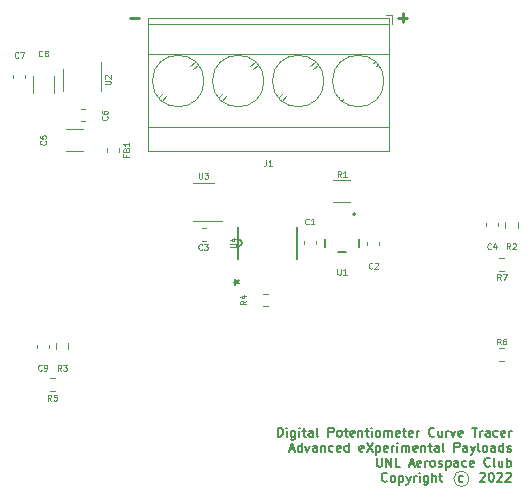
<source format=gbr>
%TF.GenerationSoftware,KiCad,Pcbnew,(5.1.10)-1*%
%TF.CreationDate,2022-09-18T09:06:00-05:00*%
%TF.ProjectId,digi_pot_tracer,64696769-5f70-46f7-945f-747261636572,A*%
%TF.SameCoordinates,Original*%
%TF.FileFunction,Legend,Top*%
%TF.FilePolarity,Positive*%
%FSLAX46Y46*%
G04 Gerber Fmt 4.6, Leading zero omitted, Abs format (unit mm)*
G04 Created by KiCad (PCBNEW (5.1.10)-1) date 2022-09-18 09:06:00*
%MOMM*%
%LPD*%
G01*
G04 APERTURE LIST*
%ADD10C,0.100000*%
%ADD11C,0.127000*%
%ADD12C,0.250000*%
%ADD13C,0.152400*%
%ADD14C,0.200000*%
%ADD15C,0.120000*%
%ADD16C,0.150000*%
G04 APERTURE END LIST*
D10*
X197906957Y-97078800D02*
G75*
G03*
X197906957Y-97078800I-650557J0D01*
G01*
D11*
X181708878Y-93499214D02*
X181708878Y-92737214D01*
X181890307Y-92737214D01*
X181999164Y-92773500D01*
X182071735Y-92846071D01*
X182108021Y-92918642D01*
X182144307Y-93063785D01*
X182144307Y-93172642D01*
X182108021Y-93317785D01*
X182071735Y-93390357D01*
X181999164Y-93462928D01*
X181890307Y-93499214D01*
X181708878Y-93499214D01*
X182470878Y-93499214D02*
X182470878Y-92991214D01*
X182470878Y-92737214D02*
X182434592Y-92773500D01*
X182470878Y-92809785D01*
X182507164Y-92773500D01*
X182470878Y-92737214D01*
X182470878Y-92809785D01*
X183160307Y-92991214D02*
X183160307Y-93608071D01*
X183124021Y-93680642D01*
X183087735Y-93716928D01*
X183015164Y-93753214D01*
X182906307Y-93753214D01*
X182833735Y-93716928D01*
X183160307Y-93462928D02*
X183087735Y-93499214D01*
X182942592Y-93499214D01*
X182870021Y-93462928D01*
X182833735Y-93426642D01*
X182797450Y-93354071D01*
X182797450Y-93136357D01*
X182833735Y-93063785D01*
X182870021Y-93027500D01*
X182942592Y-92991214D01*
X183087735Y-92991214D01*
X183160307Y-93027500D01*
X183523164Y-93499214D02*
X183523164Y-92991214D01*
X183523164Y-92737214D02*
X183486878Y-92773500D01*
X183523164Y-92809785D01*
X183559450Y-92773500D01*
X183523164Y-92737214D01*
X183523164Y-92809785D01*
X183777164Y-92991214D02*
X184067450Y-92991214D01*
X183886021Y-92737214D02*
X183886021Y-93390357D01*
X183922307Y-93462928D01*
X183994878Y-93499214D01*
X184067450Y-93499214D01*
X184648021Y-93499214D02*
X184648021Y-93100071D01*
X184611735Y-93027500D01*
X184539164Y-92991214D01*
X184394021Y-92991214D01*
X184321450Y-93027500D01*
X184648021Y-93462928D02*
X184575450Y-93499214D01*
X184394021Y-93499214D01*
X184321450Y-93462928D01*
X184285164Y-93390357D01*
X184285164Y-93317785D01*
X184321450Y-93245214D01*
X184394021Y-93208928D01*
X184575450Y-93208928D01*
X184648021Y-93172642D01*
X185119735Y-93499214D02*
X185047164Y-93462928D01*
X185010878Y-93390357D01*
X185010878Y-92737214D01*
X185990592Y-93499214D02*
X185990592Y-92737214D01*
X186280878Y-92737214D01*
X186353450Y-92773500D01*
X186389735Y-92809785D01*
X186426021Y-92882357D01*
X186426021Y-92991214D01*
X186389735Y-93063785D01*
X186353450Y-93100071D01*
X186280878Y-93136357D01*
X185990592Y-93136357D01*
X186861450Y-93499214D02*
X186788878Y-93462928D01*
X186752592Y-93426642D01*
X186716307Y-93354071D01*
X186716307Y-93136357D01*
X186752592Y-93063785D01*
X186788878Y-93027500D01*
X186861450Y-92991214D01*
X186970307Y-92991214D01*
X187042878Y-93027500D01*
X187079164Y-93063785D01*
X187115450Y-93136357D01*
X187115450Y-93354071D01*
X187079164Y-93426642D01*
X187042878Y-93462928D01*
X186970307Y-93499214D01*
X186861450Y-93499214D01*
X187333164Y-92991214D02*
X187623450Y-92991214D01*
X187442021Y-92737214D02*
X187442021Y-93390357D01*
X187478307Y-93462928D01*
X187550878Y-93499214D01*
X187623450Y-93499214D01*
X188167735Y-93462928D02*
X188095164Y-93499214D01*
X187950021Y-93499214D01*
X187877450Y-93462928D01*
X187841164Y-93390357D01*
X187841164Y-93100071D01*
X187877450Y-93027500D01*
X187950021Y-92991214D01*
X188095164Y-92991214D01*
X188167735Y-93027500D01*
X188204021Y-93100071D01*
X188204021Y-93172642D01*
X187841164Y-93245214D01*
X188530592Y-92991214D02*
X188530592Y-93499214D01*
X188530592Y-93063785D02*
X188566878Y-93027500D01*
X188639450Y-92991214D01*
X188748307Y-92991214D01*
X188820878Y-93027500D01*
X188857164Y-93100071D01*
X188857164Y-93499214D01*
X189111164Y-92991214D02*
X189401450Y-92991214D01*
X189220021Y-92737214D02*
X189220021Y-93390357D01*
X189256307Y-93462928D01*
X189328878Y-93499214D01*
X189401450Y-93499214D01*
X189655450Y-93499214D02*
X189655450Y-92991214D01*
X189655450Y-92737214D02*
X189619164Y-92773500D01*
X189655450Y-92809785D01*
X189691735Y-92773500D01*
X189655450Y-92737214D01*
X189655450Y-92809785D01*
X190127164Y-93499214D02*
X190054592Y-93462928D01*
X190018307Y-93426642D01*
X189982021Y-93354071D01*
X189982021Y-93136357D01*
X190018307Y-93063785D01*
X190054592Y-93027500D01*
X190127164Y-92991214D01*
X190236021Y-92991214D01*
X190308592Y-93027500D01*
X190344878Y-93063785D01*
X190381164Y-93136357D01*
X190381164Y-93354071D01*
X190344878Y-93426642D01*
X190308592Y-93462928D01*
X190236021Y-93499214D01*
X190127164Y-93499214D01*
X190707735Y-93499214D02*
X190707735Y-92991214D01*
X190707735Y-93063785D02*
X190744021Y-93027500D01*
X190816592Y-92991214D01*
X190925450Y-92991214D01*
X190998021Y-93027500D01*
X191034307Y-93100071D01*
X191034307Y-93499214D01*
X191034307Y-93100071D02*
X191070592Y-93027500D01*
X191143164Y-92991214D01*
X191252021Y-92991214D01*
X191324592Y-93027500D01*
X191360878Y-93100071D01*
X191360878Y-93499214D01*
X192014021Y-93462928D02*
X191941450Y-93499214D01*
X191796307Y-93499214D01*
X191723735Y-93462928D01*
X191687450Y-93390357D01*
X191687450Y-93100071D01*
X191723735Y-93027500D01*
X191796307Y-92991214D01*
X191941450Y-92991214D01*
X192014021Y-93027500D01*
X192050307Y-93100071D01*
X192050307Y-93172642D01*
X191687450Y-93245214D01*
X192268021Y-92991214D02*
X192558307Y-92991214D01*
X192376878Y-92737214D02*
X192376878Y-93390357D01*
X192413164Y-93462928D01*
X192485735Y-93499214D01*
X192558307Y-93499214D01*
X193102592Y-93462928D02*
X193030021Y-93499214D01*
X192884878Y-93499214D01*
X192812307Y-93462928D01*
X192776021Y-93390357D01*
X192776021Y-93100071D01*
X192812307Y-93027500D01*
X192884878Y-92991214D01*
X193030021Y-92991214D01*
X193102592Y-93027500D01*
X193138878Y-93100071D01*
X193138878Y-93172642D01*
X192776021Y-93245214D01*
X193465450Y-93499214D02*
X193465450Y-92991214D01*
X193465450Y-93136357D02*
X193501735Y-93063785D01*
X193538021Y-93027500D01*
X193610592Y-92991214D01*
X193683164Y-92991214D01*
X194953164Y-93426642D02*
X194916878Y-93462928D01*
X194808021Y-93499214D01*
X194735450Y-93499214D01*
X194626592Y-93462928D01*
X194554021Y-93390357D01*
X194517735Y-93317785D01*
X194481450Y-93172642D01*
X194481450Y-93063785D01*
X194517735Y-92918642D01*
X194554021Y-92846071D01*
X194626592Y-92773500D01*
X194735450Y-92737214D01*
X194808021Y-92737214D01*
X194916878Y-92773500D01*
X194953164Y-92809785D01*
X195606307Y-92991214D02*
X195606307Y-93499214D01*
X195279735Y-92991214D02*
X195279735Y-93390357D01*
X195316021Y-93462928D01*
X195388592Y-93499214D01*
X195497450Y-93499214D01*
X195570021Y-93462928D01*
X195606307Y-93426642D01*
X195969164Y-93499214D02*
X195969164Y-92991214D01*
X195969164Y-93136357D02*
X196005450Y-93063785D01*
X196041735Y-93027500D01*
X196114307Y-92991214D01*
X196186878Y-92991214D01*
X196368307Y-92991214D02*
X196549735Y-93499214D01*
X196731164Y-92991214D01*
X197311735Y-93462928D02*
X197239164Y-93499214D01*
X197094021Y-93499214D01*
X197021450Y-93462928D01*
X196985164Y-93390357D01*
X196985164Y-93100071D01*
X197021450Y-93027500D01*
X197094021Y-92991214D01*
X197239164Y-92991214D01*
X197311735Y-93027500D01*
X197348021Y-93100071D01*
X197348021Y-93172642D01*
X196985164Y-93245214D01*
X198146307Y-92737214D02*
X198581735Y-92737214D01*
X198364021Y-93499214D02*
X198364021Y-92737214D01*
X198835735Y-93499214D02*
X198835735Y-92991214D01*
X198835735Y-93136357D02*
X198872021Y-93063785D01*
X198908307Y-93027500D01*
X198980878Y-92991214D01*
X199053450Y-92991214D01*
X199634021Y-93499214D02*
X199634021Y-93100071D01*
X199597735Y-93027500D01*
X199525164Y-92991214D01*
X199380021Y-92991214D01*
X199307450Y-93027500D01*
X199634021Y-93462928D02*
X199561450Y-93499214D01*
X199380021Y-93499214D01*
X199307450Y-93462928D01*
X199271164Y-93390357D01*
X199271164Y-93317785D01*
X199307450Y-93245214D01*
X199380021Y-93208928D01*
X199561450Y-93208928D01*
X199634021Y-93172642D01*
X200323450Y-93462928D02*
X200250878Y-93499214D01*
X200105735Y-93499214D01*
X200033164Y-93462928D01*
X199996878Y-93426642D01*
X199960592Y-93354071D01*
X199960592Y-93136357D01*
X199996878Y-93063785D01*
X200033164Y-93027500D01*
X200105735Y-92991214D01*
X200250878Y-92991214D01*
X200323450Y-93027500D01*
X200940307Y-93462928D02*
X200867735Y-93499214D01*
X200722592Y-93499214D01*
X200650021Y-93462928D01*
X200613735Y-93390357D01*
X200613735Y-93100071D01*
X200650021Y-93027500D01*
X200722592Y-92991214D01*
X200867735Y-92991214D01*
X200940307Y-93027500D01*
X200976592Y-93100071D01*
X200976592Y-93172642D01*
X200613735Y-93245214D01*
X201303164Y-93499214D02*
X201303164Y-92991214D01*
X201303164Y-93136357D02*
X201339450Y-93063785D01*
X201375735Y-93027500D01*
X201448307Y-92991214D01*
X201520878Y-92991214D01*
X182724878Y-94551500D02*
X183087735Y-94551500D01*
X182652307Y-94769214D02*
X182906307Y-94007214D01*
X183160307Y-94769214D01*
X183740878Y-94769214D02*
X183740878Y-94007214D01*
X183740878Y-94732928D02*
X183668307Y-94769214D01*
X183523164Y-94769214D01*
X183450592Y-94732928D01*
X183414307Y-94696642D01*
X183378021Y-94624071D01*
X183378021Y-94406357D01*
X183414307Y-94333785D01*
X183450592Y-94297500D01*
X183523164Y-94261214D01*
X183668307Y-94261214D01*
X183740878Y-94297500D01*
X184031164Y-94261214D02*
X184212592Y-94769214D01*
X184394021Y-94261214D01*
X185010878Y-94769214D02*
X185010878Y-94370071D01*
X184974592Y-94297500D01*
X184902021Y-94261214D01*
X184756878Y-94261214D01*
X184684307Y-94297500D01*
X185010878Y-94732928D02*
X184938307Y-94769214D01*
X184756878Y-94769214D01*
X184684307Y-94732928D01*
X184648021Y-94660357D01*
X184648021Y-94587785D01*
X184684307Y-94515214D01*
X184756878Y-94478928D01*
X184938307Y-94478928D01*
X185010878Y-94442642D01*
X185373735Y-94261214D02*
X185373735Y-94769214D01*
X185373735Y-94333785D02*
X185410021Y-94297500D01*
X185482592Y-94261214D01*
X185591450Y-94261214D01*
X185664021Y-94297500D01*
X185700307Y-94370071D01*
X185700307Y-94769214D01*
X186389735Y-94732928D02*
X186317164Y-94769214D01*
X186172021Y-94769214D01*
X186099450Y-94732928D01*
X186063164Y-94696642D01*
X186026878Y-94624071D01*
X186026878Y-94406357D01*
X186063164Y-94333785D01*
X186099450Y-94297500D01*
X186172021Y-94261214D01*
X186317164Y-94261214D01*
X186389735Y-94297500D01*
X187006592Y-94732928D02*
X186934021Y-94769214D01*
X186788878Y-94769214D01*
X186716307Y-94732928D01*
X186680021Y-94660357D01*
X186680021Y-94370071D01*
X186716307Y-94297500D01*
X186788878Y-94261214D01*
X186934021Y-94261214D01*
X187006592Y-94297500D01*
X187042878Y-94370071D01*
X187042878Y-94442642D01*
X186680021Y-94515214D01*
X187696021Y-94769214D02*
X187696021Y-94007214D01*
X187696021Y-94732928D02*
X187623450Y-94769214D01*
X187478307Y-94769214D01*
X187405735Y-94732928D01*
X187369450Y-94696642D01*
X187333164Y-94624071D01*
X187333164Y-94406357D01*
X187369450Y-94333785D01*
X187405735Y-94297500D01*
X187478307Y-94261214D01*
X187623450Y-94261214D01*
X187696021Y-94297500D01*
X188929735Y-94732928D02*
X188857164Y-94769214D01*
X188712021Y-94769214D01*
X188639450Y-94732928D01*
X188603164Y-94660357D01*
X188603164Y-94370071D01*
X188639450Y-94297500D01*
X188712021Y-94261214D01*
X188857164Y-94261214D01*
X188929735Y-94297500D01*
X188966021Y-94370071D01*
X188966021Y-94442642D01*
X188603164Y-94515214D01*
X189220021Y-94007214D02*
X189728021Y-94769214D01*
X189728021Y-94007214D02*
X189220021Y-94769214D01*
X190018307Y-94261214D02*
X190018307Y-95023214D01*
X190018307Y-94297500D02*
X190090878Y-94261214D01*
X190236021Y-94261214D01*
X190308592Y-94297500D01*
X190344878Y-94333785D01*
X190381164Y-94406357D01*
X190381164Y-94624071D01*
X190344878Y-94696642D01*
X190308592Y-94732928D01*
X190236021Y-94769214D01*
X190090878Y-94769214D01*
X190018307Y-94732928D01*
X190998021Y-94732928D02*
X190925450Y-94769214D01*
X190780307Y-94769214D01*
X190707735Y-94732928D01*
X190671450Y-94660357D01*
X190671450Y-94370071D01*
X190707735Y-94297500D01*
X190780307Y-94261214D01*
X190925450Y-94261214D01*
X190998021Y-94297500D01*
X191034307Y-94370071D01*
X191034307Y-94442642D01*
X190671450Y-94515214D01*
X191360878Y-94769214D02*
X191360878Y-94261214D01*
X191360878Y-94406357D02*
X191397164Y-94333785D01*
X191433450Y-94297500D01*
X191506021Y-94261214D01*
X191578592Y-94261214D01*
X191832592Y-94769214D02*
X191832592Y-94261214D01*
X191832592Y-94007214D02*
X191796307Y-94043500D01*
X191832592Y-94079785D01*
X191868878Y-94043500D01*
X191832592Y-94007214D01*
X191832592Y-94079785D01*
X192195450Y-94769214D02*
X192195450Y-94261214D01*
X192195450Y-94333785D02*
X192231735Y-94297500D01*
X192304307Y-94261214D01*
X192413164Y-94261214D01*
X192485735Y-94297500D01*
X192522021Y-94370071D01*
X192522021Y-94769214D01*
X192522021Y-94370071D02*
X192558307Y-94297500D01*
X192630878Y-94261214D01*
X192739735Y-94261214D01*
X192812307Y-94297500D01*
X192848592Y-94370071D01*
X192848592Y-94769214D01*
X193501735Y-94732928D02*
X193429164Y-94769214D01*
X193284021Y-94769214D01*
X193211450Y-94732928D01*
X193175164Y-94660357D01*
X193175164Y-94370071D01*
X193211450Y-94297500D01*
X193284021Y-94261214D01*
X193429164Y-94261214D01*
X193501735Y-94297500D01*
X193538021Y-94370071D01*
X193538021Y-94442642D01*
X193175164Y-94515214D01*
X193864592Y-94261214D02*
X193864592Y-94769214D01*
X193864592Y-94333785D02*
X193900878Y-94297500D01*
X193973450Y-94261214D01*
X194082307Y-94261214D01*
X194154878Y-94297500D01*
X194191164Y-94370071D01*
X194191164Y-94769214D01*
X194445164Y-94261214D02*
X194735450Y-94261214D01*
X194554021Y-94007214D02*
X194554021Y-94660357D01*
X194590307Y-94732928D01*
X194662878Y-94769214D01*
X194735450Y-94769214D01*
X195316021Y-94769214D02*
X195316021Y-94370071D01*
X195279735Y-94297500D01*
X195207164Y-94261214D01*
X195062021Y-94261214D01*
X194989449Y-94297500D01*
X195316021Y-94732928D02*
X195243449Y-94769214D01*
X195062021Y-94769214D01*
X194989449Y-94732928D01*
X194953164Y-94660357D01*
X194953164Y-94587785D01*
X194989449Y-94515214D01*
X195062021Y-94478928D01*
X195243449Y-94478928D01*
X195316021Y-94442642D01*
X195787735Y-94769214D02*
X195715164Y-94732928D01*
X195678878Y-94660357D01*
X195678878Y-94007214D01*
X196658592Y-94769214D02*
X196658592Y-94007214D01*
X196948878Y-94007214D01*
X197021449Y-94043500D01*
X197057735Y-94079785D01*
X197094021Y-94152357D01*
X197094021Y-94261214D01*
X197057735Y-94333785D01*
X197021449Y-94370071D01*
X196948878Y-94406357D01*
X196658592Y-94406357D01*
X197747164Y-94769214D02*
X197747164Y-94370071D01*
X197710878Y-94297500D01*
X197638307Y-94261214D01*
X197493164Y-94261214D01*
X197420592Y-94297500D01*
X197747164Y-94732928D02*
X197674592Y-94769214D01*
X197493164Y-94769214D01*
X197420592Y-94732928D01*
X197384307Y-94660357D01*
X197384307Y-94587785D01*
X197420592Y-94515214D01*
X197493164Y-94478928D01*
X197674592Y-94478928D01*
X197747164Y-94442642D01*
X198037449Y-94261214D02*
X198218878Y-94769214D01*
X198400307Y-94261214D02*
X198218878Y-94769214D01*
X198146307Y-94950642D01*
X198110021Y-94986928D01*
X198037449Y-95023214D01*
X198799449Y-94769214D02*
X198726878Y-94732928D01*
X198690592Y-94660357D01*
X198690592Y-94007214D01*
X199198592Y-94769214D02*
X199126021Y-94732928D01*
X199089735Y-94696642D01*
X199053449Y-94624071D01*
X199053449Y-94406357D01*
X199089735Y-94333785D01*
X199126021Y-94297500D01*
X199198592Y-94261214D01*
X199307449Y-94261214D01*
X199380021Y-94297500D01*
X199416307Y-94333785D01*
X199452592Y-94406357D01*
X199452592Y-94624071D01*
X199416307Y-94696642D01*
X199380021Y-94732928D01*
X199307449Y-94769214D01*
X199198592Y-94769214D01*
X200105735Y-94769214D02*
X200105735Y-94370071D01*
X200069450Y-94297500D01*
X199996878Y-94261214D01*
X199851735Y-94261214D01*
X199779164Y-94297500D01*
X200105735Y-94732928D02*
X200033164Y-94769214D01*
X199851735Y-94769214D01*
X199779164Y-94732928D01*
X199742878Y-94660357D01*
X199742878Y-94587785D01*
X199779164Y-94515214D01*
X199851735Y-94478928D01*
X200033164Y-94478928D01*
X200105735Y-94442642D01*
X200795164Y-94769214D02*
X200795164Y-94007214D01*
X200795164Y-94732928D02*
X200722592Y-94769214D01*
X200577449Y-94769214D01*
X200504878Y-94732928D01*
X200468592Y-94696642D01*
X200432307Y-94624071D01*
X200432307Y-94406357D01*
X200468592Y-94333785D01*
X200504878Y-94297500D01*
X200577449Y-94261214D01*
X200722592Y-94261214D01*
X200795164Y-94297500D01*
X201121735Y-94732928D02*
X201194307Y-94769214D01*
X201339449Y-94769214D01*
X201412021Y-94732928D01*
X201448307Y-94660357D01*
X201448307Y-94624071D01*
X201412021Y-94551500D01*
X201339449Y-94515214D01*
X201230592Y-94515214D01*
X201158021Y-94478928D01*
X201121735Y-94406357D01*
X201121735Y-94370071D01*
X201158021Y-94297500D01*
X201230592Y-94261214D01*
X201339449Y-94261214D01*
X201412021Y-94297500D01*
X190090878Y-95277214D02*
X190090878Y-95894071D01*
X190127164Y-95966642D01*
X190163450Y-96002928D01*
X190236021Y-96039214D01*
X190381164Y-96039214D01*
X190453735Y-96002928D01*
X190490021Y-95966642D01*
X190526307Y-95894071D01*
X190526307Y-95277214D01*
X190889164Y-96039214D02*
X190889164Y-95277214D01*
X191324592Y-96039214D01*
X191324592Y-95277214D01*
X192050307Y-96039214D02*
X191687450Y-96039214D01*
X191687450Y-95277214D01*
X192848592Y-95821500D02*
X193211450Y-95821500D01*
X192776021Y-96039214D02*
X193030021Y-95277214D01*
X193284021Y-96039214D01*
X193828307Y-96002928D02*
X193755735Y-96039214D01*
X193610592Y-96039214D01*
X193538021Y-96002928D01*
X193501735Y-95930357D01*
X193501735Y-95640071D01*
X193538021Y-95567500D01*
X193610592Y-95531214D01*
X193755735Y-95531214D01*
X193828307Y-95567500D01*
X193864592Y-95640071D01*
X193864592Y-95712642D01*
X193501735Y-95785214D01*
X194191164Y-96039214D02*
X194191164Y-95531214D01*
X194191164Y-95676357D02*
X194227450Y-95603785D01*
X194263735Y-95567500D01*
X194336307Y-95531214D01*
X194408878Y-95531214D01*
X194771735Y-96039214D02*
X194699164Y-96002928D01*
X194662878Y-95966642D01*
X194626592Y-95894071D01*
X194626592Y-95676357D01*
X194662878Y-95603785D01*
X194699164Y-95567500D01*
X194771735Y-95531214D01*
X194880592Y-95531214D01*
X194953164Y-95567500D01*
X194989450Y-95603785D01*
X195025735Y-95676357D01*
X195025735Y-95894071D01*
X194989450Y-95966642D01*
X194953164Y-96002928D01*
X194880592Y-96039214D01*
X194771735Y-96039214D01*
X195316021Y-96002928D02*
X195388592Y-96039214D01*
X195533735Y-96039214D01*
X195606307Y-96002928D01*
X195642592Y-95930357D01*
X195642592Y-95894071D01*
X195606307Y-95821500D01*
X195533735Y-95785214D01*
X195424878Y-95785214D01*
X195352307Y-95748928D01*
X195316021Y-95676357D01*
X195316021Y-95640071D01*
X195352307Y-95567500D01*
X195424878Y-95531214D01*
X195533735Y-95531214D01*
X195606307Y-95567500D01*
X195969164Y-95531214D02*
X195969164Y-96293214D01*
X195969164Y-95567500D02*
X196041735Y-95531214D01*
X196186878Y-95531214D01*
X196259450Y-95567500D01*
X196295735Y-95603785D01*
X196332021Y-95676357D01*
X196332021Y-95894071D01*
X196295735Y-95966642D01*
X196259450Y-96002928D01*
X196186878Y-96039214D01*
X196041735Y-96039214D01*
X195969164Y-96002928D01*
X196985164Y-96039214D02*
X196985164Y-95640071D01*
X196948878Y-95567500D01*
X196876307Y-95531214D01*
X196731164Y-95531214D01*
X196658592Y-95567500D01*
X196985164Y-96002928D02*
X196912592Y-96039214D01*
X196731164Y-96039214D01*
X196658592Y-96002928D01*
X196622307Y-95930357D01*
X196622307Y-95857785D01*
X196658592Y-95785214D01*
X196731164Y-95748928D01*
X196912592Y-95748928D01*
X196985164Y-95712642D01*
X197674592Y-96002928D02*
X197602021Y-96039214D01*
X197456878Y-96039214D01*
X197384307Y-96002928D01*
X197348021Y-95966642D01*
X197311735Y-95894071D01*
X197311735Y-95676357D01*
X197348021Y-95603785D01*
X197384307Y-95567500D01*
X197456878Y-95531214D01*
X197602021Y-95531214D01*
X197674592Y-95567500D01*
X198291450Y-96002928D02*
X198218878Y-96039214D01*
X198073735Y-96039214D01*
X198001164Y-96002928D01*
X197964878Y-95930357D01*
X197964878Y-95640071D01*
X198001164Y-95567500D01*
X198073735Y-95531214D01*
X198218878Y-95531214D01*
X198291450Y-95567500D01*
X198327735Y-95640071D01*
X198327735Y-95712642D01*
X197964878Y-95785214D01*
X199670307Y-95966642D02*
X199634021Y-96002928D01*
X199525164Y-96039214D01*
X199452592Y-96039214D01*
X199343735Y-96002928D01*
X199271164Y-95930357D01*
X199234878Y-95857785D01*
X199198592Y-95712642D01*
X199198592Y-95603785D01*
X199234878Y-95458642D01*
X199271164Y-95386071D01*
X199343735Y-95313500D01*
X199452592Y-95277214D01*
X199525164Y-95277214D01*
X199634021Y-95313500D01*
X199670307Y-95349785D01*
X200105735Y-96039214D02*
X200033164Y-96002928D01*
X199996878Y-95930357D01*
X199996878Y-95277214D01*
X200722592Y-95531214D02*
X200722592Y-96039214D01*
X200396021Y-95531214D02*
X200396021Y-95930357D01*
X200432307Y-96002928D01*
X200504878Y-96039214D01*
X200613735Y-96039214D01*
X200686307Y-96002928D01*
X200722592Y-95966642D01*
X201085450Y-96039214D02*
X201085450Y-95277214D01*
X201085450Y-95567500D02*
X201158021Y-95531214D01*
X201303164Y-95531214D01*
X201375735Y-95567500D01*
X201412021Y-95603785D01*
X201448307Y-95676357D01*
X201448307Y-95894071D01*
X201412021Y-95966642D01*
X201375735Y-96002928D01*
X201303164Y-96039214D01*
X201158021Y-96039214D01*
X201085450Y-96002928D01*
X190961735Y-97236642D02*
X190925450Y-97272928D01*
X190816592Y-97309214D01*
X190744021Y-97309214D01*
X190635164Y-97272928D01*
X190562592Y-97200357D01*
X190526307Y-97127785D01*
X190490021Y-96982642D01*
X190490021Y-96873785D01*
X190526307Y-96728642D01*
X190562592Y-96656071D01*
X190635164Y-96583500D01*
X190744021Y-96547214D01*
X190816592Y-96547214D01*
X190925450Y-96583500D01*
X190961735Y-96619785D01*
X191397164Y-97309214D02*
X191324592Y-97272928D01*
X191288307Y-97236642D01*
X191252021Y-97164071D01*
X191252021Y-96946357D01*
X191288307Y-96873785D01*
X191324592Y-96837500D01*
X191397164Y-96801214D01*
X191506021Y-96801214D01*
X191578592Y-96837500D01*
X191614878Y-96873785D01*
X191651164Y-96946357D01*
X191651164Y-97164071D01*
X191614878Y-97236642D01*
X191578592Y-97272928D01*
X191506021Y-97309214D01*
X191397164Y-97309214D01*
X191977735Y-96801214D02*
X191977735Y-97563214D01*
X191977735Y-96837500D02*
X192050307Y-96801214D01*
X192195450Y-96801214D01*
X192268021Y-96837500D01*
X192304307Y-96873785D01*
X192340592Y-96946357D01*
X192340592Y-97164071D01*
X192304307Y-97236642D01*
X192268021Y-97272928D01*
X192195450Y-97309214D01*
X192050307Y-97309214D01*
X191977735Y-97272928D01*
X192594592Y-96801214D02*
X192776021Y-97309214D01*
X192957450Y-96801214D02*
X192776021Y-97309214D01*
X192703450Y-97490642D01*
X192667164Y-97526928D01*
X192594592Y-97563214D01*
X193247735Y-97309214D02*
X193247735Y-96801214D01*
X193247735Y-96946357D02*
X193284021Y-96873785D01*
X193320307Y-96837500D01*
X193392878Y-96801214D01*
X193465450Y-96801214D01*
X193719450Y-97309214D02*
X193719450Y-96801214D01*
X193719450Y-96547214D02*
X193683164Y-96583500D01*
X193719450Y-96619785D01*
X193755735Y-96583500D01*
X193719450Y-96547214D01*
X193719450Y-96619785D01*
X194408878Y-96801214D02*
X194408878Y-97418071D01*
X194372592Y-97490642D01*
X194336307Y-97526928D01*
X194263735Y-97563214D01*
X194154878Y-97563214D01*
X194082307Y-97526928D01*
X194408878Y-97272928D02*
X194336307Y-97309214D01*
X194191164Y-97309214D01*
X194118592Y-97272928D01*
X194082307Y-97236642D01*
X194046021Y-97164071D01*
X194046021Y-96946357D01*
X194082307Y-96873785D01*
X194118592Y-96837500D01*
X194191164Y-96801214D01*
X194336307Y-96801214D01*
X194408878Y-96837500D01*
X194771735Y-97309214D02*
X194771735Y-96547214D01*
X195098307Y-97309214D02*
X195098307Y-96910071D01*
X195062021Y-96837500D01*
X194989450Y-96801214D01*
X194880592Y-96801214D01*
X194808021Y-96837500D01*
X194771735Y-96873785D01*
X195352307Y-96801214D02*
X195642592Y-96801214D01*
X195461164Y-96547214D02*
X195461164Y-97200357D01*
X195497450Y-97272928D01*
X195570021Y-97309214D01*
X195642592Y-97309214D01*
X197384307Y-97272928D02*
X197311735Y-97309214D01*
X197166592Y-97309214D01*
X197094021Y-97272928D01*
X197057735Y-97236642D01*
X197021450Y-97164071D01*
X197021450Y-96946357D01*
X197057735Y-96873785D01*
X197094021Y-96837500D01*
X197166592Y-96801214D01*
X197311735Y-96801214D01*
X197384307Y-96837500D01*
X198835735Y-96619785D02*
X198872021Y-96583500D01*
X198944592Y-96547214D01*
X199126021Y-96547214D01*
X199198592Y-96583500D01*
X199234878Y-96619785D01*
X199271164Y-96692357D01*
X199271164Y-96764928D01*
X199234878Y-96873785D01*
X198799450Y-97309214D01*
X199271164Y-97309214D01*
X199742878Y-96547214D02*
X199815450Y-96547214D01*
X199888021Y-96583500D01*
X199924307Y-96619785D01*
X199960592Y-96692357D01*
X199996878Y-96837500D01*
X199996878Y-97018928D01*
X199960592Y-97164071D01*
X199924307Y-97236642D01*
X199888021Y-97272928D01*
X199815450Y-97309214D01*
X199742878Y-97309214D01*
X199670307Y-97272928D01*
X199634021Y-97236642D01*
X199597735Y-97164071D01*
X199561450Y-97018928D01*
X199561450Y-96837500D01*
X199597735Y-96692357D01*
X199634021Y-96619785D01*
X199670307Y-96583500D01*
X199742878Y-96547214D01*
X200287164Y-96619785D02*
X200323450Y-96583500D01*
X200396021Y-96547214D01*
X200577450Y-96547214D01*
X200650021Y-96583500D01*
X200686307Y-96619785D01*
X200722592Y-96692357D01*
X200722592Y-96764928D01*
X200686307Y-96873785D01*
X200250878Y-97309214D01*
X200722592Y-97309214D01*
X201012878Y-96619785D02*
X201049164Y-96583500D01*
X201121735Y-96547214D01*
X201303164Y-96547214D01*
X201375735Y-96583500D01*
X201412021Y-96619785D01*
X201448307Y-96692357D01*
X201448307Y-96764928D01*
X201412021Y-96873785D01*
X200976592Y-97309214D01*
X201448307Y-97309214D01*
D12*
X169164047Y-58046928D02*
X169925952Y-58046928D01*
X191897047Y-58046928D02*
X192658952Y-58046928D01*
X192278000Y-58427880D02*
X192278000Y-57665976D01*
D13*
%TO.C,U4*%
X183337200Y-78460600D02*
X183337200Y-75717400D01*
X178358800Y-75717400D02*
X178358800Y-76784200D01*
X178358800Y-76784200D02*
X178358800Y-77393800D01*
X178358800Y-77393800D02*
X178358800Y-78460600D01*
X178358800Y-76784200D02*
G75*
G02*
X178358800Y-77393800I0J-304800D01*
G01*
D14*
%TO.C,U1*%
X188281500Y-74680500D02*
G75*
G03*
X188281500Y-74680500I-100000J0D01*
G01*
D11*
X188581500Y-76760500D02*
X188581500Y-77420500D01*
X187466500Y-77890500D02*
X186796500Y-77890500D01*
X185681500Y-77420500D02*
X185681500Y-76760500D01*
D15*
%TO.C,R7*%
X200422742Y-78408000D02*
X200897258Y-78408000D01*
X200422742Y-79453000D02*
X200897258Y-79453000D01*
%TO.C,R6*%
X200422742Y-86028000D02*
X200897258Y-86028000D01*
X200422742Y-87073000D02*
X200897258Y-87073000D01*
%TO.C,R5*%
X162860758Y-89613000D02*
X162386242Y-89613000D01*
X162860758Y-88568000D02*
X162386242Y-88568000D01*
%TO.C,U3*%
X176310500Y-72010500D02*
X174510500Y-72010500D01*
X174510500Y-75230500D02*
X176960500Y-75230500D01*
%TO.C,U2*%
X163490000Y-62409500D02*
X163490000Y-64209500D01*
X166710000Y-64209500D02*
X166710000Y-61759500D01*
%TO.C,R4*%
X180894758Y-82437500D02*
X180420242Y-82437500D01*
X180894758Y-81392500D02*
X180420242Y-81392500D01*
%TO.C,R3*%
X162926500Y-86089258D02*
X162926500Y-85614742D01*
X163971500Y-86089258D02*
X163971500Y-85614742D01*
%TO.C,R2*%
X200963000Y-75802258D02*
X200963000Y-75327742D01*
X202008000Y-75802258D02*
X202008000Y-75327742D01*
%TO.C,R1*%
X186407436Y-71797500D02*
X187861564Y-71797500D01*
X186407436Y-73617500D02*
X187861564Y-73617500D01*
%TO.C,J1*%
X190697500Y-63398500D02*
G75*
G03*
X190697500Y-63398500I-2180000J0D01*
G01*
X185617500Y-63398500D02*
G75*
G03*
X185617500Y-63398500I-2180000J0D01*
G01*
X180537500Y-63398500D02*
G75*
G03*
X180537500Y-63398500I-2180000J0D01*
G01*
X175457500Y-63398500D02*
G75*
G03*
X175457500Y-63398500I-2180000J0D01*
G01*
X191117500Y-58598500D02*
X170677500Y-58598500D01*
X191117500Y-61098500D02*
X170677500Y-61098500D01*
X191117500Y-67298500D02*
X170677500Y-67298500D01*
X191117500Y-69358500D02*
X170677500Y-69358500D01*
X191117500Y-58038500D02*
X170677500Y-58038500D01*
X191117500Y-69358500D02*
X191117500Y-58038500D01*
X170677500Y-69358500D02*
X170677500Y-58038500D01*
X186863500Y-64786500D02*
X186970500Y-64679500D01*
X189799500Y-61851500D02*
X189905500Y-61744500D01*
X187129500Y-65052500D02*
X187236500Y-64945500D01*
X190065500Y-62117500D02*
X190171500Y-62010500D01*
X181783500Y-64786500D02*
X182178500Y-64390500D01*
X184444500Y-62124500D02*
X184824500Y-61744500D01*
X182049500Y-65052500D02*
X182429500Y-64672500D01*
X184695500Y-62406500D02*
X185090500Y-62010500D01*
X176703500Y-64786500D02*
X177098500Y-64390500D01*
X179364500Y-62124500D02*
X179744500Y-61744500D01*
X176969500Y-65052500D02*
X177349500Y-64672500D01*
X179615500Y-62406500D02*
X180010500Y-62010500D01*
X171623500Y-64786500D02*
X172018500Y-64390500D01*
X174284500Y-62124500D02*
X174664500Y-61744500D01*
X171889500Y-65052500D02*
X172269500Y-64672500D01*
X174535500Y-62406500D02*
X174930500Y-62010500D01*
X191357500Y-58538500D02*
X191357500Y-57798500D01*
X191357500Y-57798500D02*
X190857500Y-57798500D01*
%TO.C,FB1*%
X168277000Y-69052221D02*
X168277000Y-69377779D01*
X167257000Y-69052221D02*
X167257000Y-69377779D01*
%TO.C,C9*%
X161288000Y-85992580D02*
X161288000Y-85711420D01*
X162308000Y-85992580D02*
X162308000Y-85711420D01*
%TO.C,C8*%
X162771500Y-62979248D02*
X162771500Y-64401752D01*
X160951500Y-62979248D02*
X160951500Y-64401752D01*
%TO.C,C7*%
X160339500Y-62851420D02*
X160339500Y-63132580D01*
X159319500Y-62851420D02*
X159319500Y-63132580D01*
%TO.C,C6*%
X165367580Y-66804000D02*
X165086420Y-66804000D01*
X165367580Y-65784000D02*
X165086420Y-65784000D01*
%TO.C,C5*%
X165239752Y-69299500D02*
X163817248Y-69299500D01*
X165239752Y-67479500D02*
X163817248Y-67479500D01*
%TO.C,C4*%
X199324500Y-75705580D02*
X199324500Y-75424420D01*
X200344500Y-75705580D02*
X200344500Y-75424420D01*
%TO.C,C3*%
X175591080Y-76900500D02*
X175309920Y-76900500D01*
X175591080Y-75880500D02*
X175309920Y-75880500D01*
%TO.C,C2*%
X189291500Y-77306080D02*
X189291500Y-77024920D01*
X190311500Y-77306080D02*
X190311500Y-77024920D01*
%TO.C,C1*%
X184914000Y-76948420D02*
X184914000Y-77229580D01*
X183894000Y-76948420D02*
X183894000Y-77229580D01*
%TO.C,U4*%
D10*
X177653190Y-77469952D02*
X178057952Y-77469952D01*
X178105571Y-77446142D01*
X178129380Y-77422333D01*
X178153190Y-77374714D01*
X178153190Y-77279476D01*
X178129380Y-77231857D01*
X178105571Y-77208047D01*
X178057952Y-77184238D01*
X177653190Y-77184238D01*
X177819857Y-76731857D02*
X178153190Y-76731857D01*
X177629380Y-76850904D02*
X177986523Y-76969952D01*
X177986523Y-76660428D01*
D16*
X177963580Y-80391000D02*
X178201676Y-80391000D01*
X178106438Y-80629095D02*
X178201676Y-80391000D01*
X178106438Y-80152904D01*
X178392152Y-80533857D02*
X178201676Y-80391000D01*
X178392152Y-80248142D01*
%TO.C,U1*%
D10*
X186753547Y-79291690D02*
X186753547Y-79696452D01*
X186777357Y-79744071D01*
X186801166Y-79767880D01*
X186848785Y-79791690D01*
X186944023Y-79791690D01*
X186991642Y-79767880D01*
X187015452Y-79744071D01*
X187039261Y-79696452D01*
X187039261Y-79291690D01*
X187539261Y-79791690D02*
X187253547Y-79791690D01*
X187396404Y-79791690D02*
X187396404Y-79291690D01*
X187348785Y-79363119D01*
X187301166Y-79410738D01*
X187253547Y-79434547D01*
%TO.C,R7*%
X200576666Y-80236190D02*
X200410000Y-79998095D01*
X200290952Y-80236190D02*
X200290952Y-79736190D01*
X200481428Y-79736190D01*
X200529047Y-79760000D01*
X200552857Y-79783809D01*
X200576666Y-79831428D01*
X200576666Y-79902857D01*
X200552857Y-79950476D01*
X200529047Y-79974285D01*
X200481428Y-79998095D01*
X200290952Y-79998095D01*
X200743333Y-79736190D02*
X201076666Y-79736190D01*
X200862380Y-80236190D01*
%TO.C,R6*%
X200576666Y-85697190D02*
X200410000Y-85459095D01*
X200290952Y-85697190D02*
X200290952Y-85197190D01*
X200481428Y-85197190D01*
X200529047Y-85221000D01*
X200552857Y-85244809D01*
X200576666Y-85292428D01*
X200576666Y-85363857D01*
X200552857Y-85411476D01*
X200529047Y-85435285D01*
X200481428Y-85459095D01*
X200290952Y-85459095D01*
X201005238Y-85197190D02*
X200910000Y-85197190D01*
X200862380Y-85221000D01*
X200838571Y-85244809D01*
X200790952Y-85316238D01*
X200767142Y-85411476D01*
X200767142Y-85601952D01*
X200790952Y-85649571D01*
X200814761Y-85673380D01*
X200862380Y-85697190D01*
X200957619Y-85697190D01*
X201005238Y-85673380D01*
X201029047Y-85649571D01*
X201052857Y-85601952D01*
X201052857Y-85482904D01*
X201029047Y-85435285D01*
X201005238Y-85411476D01*
X200957619Y-85387666D01*
X200862380Y-85387666D01*
X200814761Y-85411476D01*
X200790952Y-85435285D01*
X200767142Y-85482904D01*
%TO.C,R5*%
X162540166Y-90446990D02*
X162373500Y-90208895D01*
X162254452Y-90446990D02*
X162254452Y-89946990D01*
X162444928Y-89946990D01*
X162492547Y-89970800D01*
X162516357Y-89994609D01*
X162540166Y-90042228D01*
X162540166Y-90113657D01*
X162516357Y-90161276D01*
X162492547Y-90185085D01*
X162444928Y-90208895D01*
X162254452Y-90208895D01*
X162992547Y-89946990D02*
X162754452Y-89946990D01*
X162730642Y-90185085D01*
X162754452Y-90161276D01*
X162802071Y-90137466D01*
X162921119Y-90137466D01*
X162968738Y-90161276D01*
X162992547Y-90185085D01*
X163016357Y-90232704D01*
X163016357Y-90351752D01*
X162992547Y-90399371D01*
X162968738Y-90423180D01*
X162921119Y-90446990D01*
X162802071Y-90446990D01*
X162754452Y-90423180D01*
X162730642Y-90399371D01*
%TO.C,U3*%
X175029547Y-71163690D02*
X175029547Y-71568452D01*
X175053357Y-71616071D01*
X175077166Y-71639880D01*
X175124785Y-71663690D01*
X175220023Y-71663690D01*
X175267642Y-71639880D01*
X175291452Y-71616071D01*
X175315261Y-71568452D01*
X175315261Y-71163690D01*
X175505738Y-71163690D02*
X175815261Y-71163690D01*
X175648595Y-71354166D01*
X175720023Y-71354166D01*
X175767642Y-71377976D01*
X175791452Y-71401785D01*
X175815261Y-71449404D01*
X175815261Y-71568452D01*
X175791452Y-71616071D01*
X175767642Y-71639880D01*
X175720023Y-71663690D01*
X175577166Y-71663690D01*
X175529547Y-71639880D01*
X175505738Y-71616071D01*
%TO.C,U2*%
X167048690Y-63690452D02*
X167453452Y-63690452D01*
X167501071Y-63666642D01*
X167524880Y-63642833D01*
X167548690Y-63595214D01*
X167548690Y-63499976D01*
X167524880Y-63452357D01*
X167501071Y-63428547D01*
X167453452Y-63404738D01*
X167048690Y-63404738D01*
X167096309Y-63190452D02*
X167072500Y-63166642D01*
X167048690Y-63119023D01*
X167048690Y-62999976D01*
X167072500Y-62952357D01*
X167096309Y-62928547D01*
X167143928Y-62904738D01*
X167191547Y-62904738D01*
X167262976Y-62928547D01*
X167548690Y-63214261D01*
X167548690Y-62904738D01*
%TO.C,R4*%
X179042190Y-81998333D02*
X178804095Y-82165000D01*
X179042190Y-82284047D02*
X178542190Y-82284047D01*
X178542190Y-82093571D01*
X178566000Y-82045952D01*
X178589809Y-82022142D01*
X178637428Y-81998333D01*
X178708857Y-81998333D01*
X178756476Y-82022142D01*
X178780285Y-82045952D01*
X178804095Y-82093571D01*
X178804095Y-82284047D01*
X178708857Y-81569761D02*
X179042190Y-81569761D01*
X178518380Y-81688809D02*
X178875523Y-81807857D01*
X178875523Y-81498333D01*
%TO.C,R3*%
X163365666Y-87919690D02*
X163199000Y-87681595D01*
X163079952Y-87919690D02*
X163079952Y-87419690D01*
X163270428Y-87419690D01*
X163318047Y-87443500D01*
X163341857Y-87467309D01*
X163365666Y-87514928D01*
X163365666Y-87586357D01*
X163341857Y-87633976D01*
X163318047Y-87657785D01*
X163270428Y-87681595D01*
X163079952Y-87681595D01*
X163532333Y-87419690D02*
X163841857Y-87419690D01*
X163675190Y-87610166D01*
X163746619Y-87610166D01*
X163794238Y-87633976D01*
X163818047Y-87657785D01*
X163841857Y-87705404D01*
X163841857Y-87824452D01*
X163818047Y-87872071D01*
X163794238Y-87895880D01*
X163746619Y-87919690D01*
X163603761Y-87919690D01*
X163556142Y-87895880D01*
X163532333Y-87872071D01*
%TO.C,R2*%
X201402166Y-77632690D02*
X201235500Y-77394595D01*
X201116452Y-77632690D02*
X201116452Y-77132690D01*
X201306928Y-77132690D01*
X201354547Y-77156500D01*
X201378357Y-77180309D01*
X201402166Y-77227928D01*
X201402166Y-77299357D01*
X201378357Y-77346976D01*
X201354547Y-77370785D01*
X201306928Y-77394595D01*
X201116452Y-77394595D01*
X201592642Y-77180309D02*
X201616452Y-77156500D01*
X201664071Y-77132690D01*
X201783119Y-77132690D01*
X201830738Y-77156500D01*
X201854547Y-77180309D01*
X201878357Y-77227928D01*
X201878357Y-77275547D01*
X201854547Y-77346976D01*
X201568833Y-77632690D01*
X201878357Y-77632690D01*
%TO.C,R1*%
X187051166Y-71520690D02*
X186884500Y-71282595D01*
X186765452Y-71520690D02*
X186765452Y-71020690D01*
X186955928Y-71020690D01*
X187003547Y-71044500D01*
X187027357Y-71068309D01*
X187051166Y-71115928D01*
X187051166Y-71187357D01*
X187027357Y-71234976D01*
X187003547Y-71258785D01*
X186955928Y-71282595D01*
X186765452Y-71282595D01*
X187527357Y-71520690D02*
X187241642Y-71520690D01*
X187384500Y-71520690D02*
X187384500Y-71020690D01*
X187336880Y-71092119D01*
X187289261Y-71139738D01*
X187241642Y-71163547D01*
%TO.C,J1*%
X180730833Y-70084690D02*
X180730833Y-70441833D01*
X180707023Y-70513261D01*
X180659404Y-70560880D01*
X180587976Y-70584690D01*
X180540357Y-70584690D01*
X181230833Y-70584690D02*
X180945119Y-70584690D01*
X181087976Y-70584690D02*
X181087976Y-70084690D01*
X181040357Y-70156119D01*
X180992738Y-70203738D01*
X180945119Y-70227547D01*
%TO.C,FB1*%
X168874285Y-69631666D02*
X168874285Y-69798333D01*
X169136190Y-69798333D02*
X168636190Y-69798333D01*
X168636190Y-69560238D01*
X168874285Y-69203095D02*
X168898095Y-69131666D01*
X168921904Y-69107857D01*
X168969523Y-69084047D01*
X169040952Y-69084047D01*
X169088571Y-69107857D01*
X169112380Y-69131666D01*
X169136190Y-69179285D01*
X169136190Y-69369761D01*
X168636190Y-69369761D01*
X168636190Y-69203095D01*
X168660000Y-69155476D01*
X168683809Y-69131666D01*
X168731428Y-69107857D01*
X168779047Y-69107857D01*
X168826666Y-69131666D01*
X168850476Y-69155476D01*
X168874285Y-69203095D01*
X168874285Y-69369761D01*
X169136190Y-68607857D02*
X169136190Y-68893571D01*
X169136190Y-68750714D02*
X168636190Y-68750714D01*
X168707619Y-68798333D01*
X168755238Y-68845952D01*
X168779047Y-68893571D01*
%TO.C,C9*%
X161714666Y-87872071D02*
X161690857Y-87895880D01*
X161619428Y-87919690D01*
X161571809Y-87919690D01*
X161500380Y-87895880D01*
X161452761Y-87848261D01*
X161428952Y-87800642D01*
X161405142Y-87705404D01*
X161405142Y-87633976D01*
X161428952Y-87538738D01*
X161452761Y-87491119D01*
X161500380Y-87443500D01*
X161571809Y-87419690D01*
X161619428Y-87419690D01*
X161690857Y-87443500D01*
X161714666Y-87467309D01*
X161952761Y-87919690D02*
X162048000Y-87919690D01*
X162095619Y-87895880D01*
X162119428Y-87872071D01*
X162167047Y-87800642D01*
X162190857Y-87705404D01*
X162190857Y-87514928D01*
X162167047Y-87467309D01*
X162143238Y-87443500D01*
X162095619Y-87419690D01*
X162000380Y-87419690D01*
X161952761Y-87443500D01*
X161928952Y-87467309D01*
X161905142Y-87514928D01*
X161905142Y-87633976D01*
X161928952Y-87681595D01*
X161952761Y-87705404D01*
X162000380Y-87729214D01*
X162095619Y-87729214D01*
X162143238Y-87705404D01*
X162167047Y-87681595D01*
X162190857Y-87633976D01*
%TO.C,C8*%
X161778166Y-61265571D02*
X161754357Y-61289380D01*
X161682928Y-61313190D01*
X161635309Y-61313190D01*
X161563880Y-61289380D01*
X161516261Y-61241761D01*
X161492452Y-61194142D01*
X161468642Y-61098904D01*
X161468642Y-61027476D01*
X161492452Y-60932238D01*
X161516261Y-60884619D01*
X161563880Y-60837000D01*
X161635309Y-60813190D01*
X161682928Y-60813190D01*
X161754357Y-60837000D01*
X161778166Y-60860809D01*
X162063880Y-61027476D02*
X162016261Y-61003666D01*
X161992452Y-60979857D01*
X161968642Y-60932238D01*
X161968642Y-60908428D01*
X161992452Y-60860809D01*
X162016261Y-60837000D01*
X162063880Y-60813190D01*
X162159119Y-60813190D01*
X162206738Y-60837000D01*
X162230547Y-60860809D01*
X162254357Y-60908428D01*
X162254357Y-60932238D01*
X162230547Y-60979857D01*
X162206738Y-61003666D01*
X162159119Y-61027476D01*
X162063880Y-61027476D01*
X162016261Y-61051285D01*
X161992452Y-61075095D01*
X161968642Y-61122714D01*
X161968642Y-61217952D01*
X161992452Y-61265571D01*
X162016261Y-61289380D01*
X162063880Y-61313190D01*
X162159119Y-61313190D01*
X162206738Y-61289380D01*
X162230547Y-61265571D01*
X162254357Y-61217952D01*
X162254357Y-61122714D01*
X162230547Y-61075095D01*
X162206738Y-61051285D01*
X162159119Y-61027476D01*
%TO.C,C7*%
X159746166Y-61392571D02*
X159722357Y-61416380D01*
X159650928Y-61440190D01*
X159603309Y-61440190D01*
X159531880Y-61416380D01*
X159484261Y-61368761D01*
X159460452Y-61321142D01*
X159436642Y-61225904D01*
X159436642Y-61154476D01*
X159460452Y-61059238D01*
X159484261Y-61011619D01*
X159531880Y-60964000D01*
X159603309Y-60940190D01*
X159650928Y-60940190D01*
X159722357Y-60964000D01*
X159746166Y-60987809D01*
X159912833Y-60940190D02*
X160246166Y-60940190D01*
X160031880Y-61440190D01*
%TO.C,C6*%
X167247071Y-66377333D02*
X167270880Y-66401142D01*
X167294690Y-66472571D01*
X167294690Y-66520190D01*
X167270880Y-66591619D01*
X167223261Y-66639238D01*
X167175642Y-66663047D01*
X167080404Y-66686857D01*
X167008976Y-66686857D01*
X166913738Y-66663047D01*
X166866119Y-66639238D01*
X166818500Y-66591619D01*
X166794690Y-66520190D01*
X166794690Y-66472571D01*
X166818500Y-66401142D01*
X166842309Y-66377333D01*
X166794690Y-65948761D02*
X166794690Y-66044000D01*
X166818500Y-66091619D01*
X166842309Y-66115428D01*
X166913738Y-66163047D01*
X167008976Y-66186857D01*
X167199452Y-66186857D01*
X167247071Y-66163047D01*
X167270880Y-66139238D01*
X167294690Y-66091619D01*
X167294690Y-65996380D01*
X167270880Y-65948761D01*
X167247071Y-65924952D01*
X167199452Y-65901142D01*
X167080404Y-65901142D01*
X167032785Y-65924952D01*
X167008976Y-65948761D01*
X166985166Y-65996380D01*
X166985166Y-66091619D01*
X167008976Y-66139238D01*
X167032785Y-66163047D01*
X167080404Y-66186857D01*
%TO.C,C5*%
X162040071Y-68472833D02*
X162063880Y-68496642D01*
X162087690Y-68568071D01*
X162087690Y-68615690D01*
X162063880Y-68687119D01*
X162016261Y-68734738D01*
X161968642Y-68758547D01*
X161873404Y-68782357D01*
X161801976Y-68782357D01*
X161706738Y-68758547D01*
X161659119Y-68734738D01*
X161611500Y-68687119D01*
X161587690Y-68615690D01*
X161587690Y-68568071D01*
X161611500Y-68496642D01*
X161635309Y-68472833D01*
X161587690Y-68020452D02*
X161587690Y-68258547D01*
X161825785Y-68282357D01*
X161801976Y-68258547D01*
X161778166Y-68210928D01*
X161778166Y-68091880D01*
X161801976Y-68044261D01*
X161825785Y-68020452D01*
X161873404Y-67996642D01*
X161992452Y-67996642D01*
X162040071Y-68020452D01*
X162063880Y-68044261D01*
X162087690Y-68091880D01*
X162087690Y-68210928D01*
X162063880Y-68258547D01*
X162040071Y-68282357D01*
%TO.C,C4*%
X199751166Y-77585071D02*
X199727357Y-77608880D01*
X199655928Y-77632690D01*
X199608309Y-77632690D01*
X199536880Y-77608880D01*
X199489261Y-77561261D01*
X199465452Y-77513642D01*
X199441642Y-77418404D01*
X199441642Y-77346976D01*
X199465452Y-77251738D01*
X199489261Y-77204119D01*
X199536880Y-77156500D01*
X199608309Y-77132690D01*
X199655928Y-77132690D01*
X199727357Y-77156500D01*
X199751166Y-77180309D01*
X200179738Y-77299357D02*
X200179738Y-77632690D01*
X200060690Y-77108880D02*
X199941642Y-77466023D01*
X200251166Y-77466023D01*
%TO.C,C3*%
X175303666Y-77648571D02*
X175279857Y-77672380D01*
X175208428Y-77696190D01*
X175160809Y-77696190D01*
X175089380Y-77672380D01*
X175041761Y-77624761D01*
X175017952Y-77577142D01*
X174994142Y-77481904D01*
X174994142Y-77410476D01*
X175017952Y-77315238D01*
X175041761Y-77267619D01*
X175089380Y-77220000D01*
X175160809Y-77196190D01*
X175208428Y-77196190D01*
X175279857Y-77220000D01*
X175303666Y-77243809D01*
X175470333Y-77196190D02*
X175779857Y-77196190D01*
X175613190Y-77386666D01*
X175684619Y-77386666D01*
X175732238Y-77410476D01*
X175756047Y-77434285D01*
X175779857Y-77481904D01*
X175779857Y-77600952D01*
X175756047Y-77648571D01*
X175732238Y-77672380D01*
X175684619Y-77696190D01*
X175541761Y-77696190D01*
X175494142Y-77672380D01*
X175470333Y-77648571D01*
%TO.C,C2*%
X189718166Y-79236071D02*
X189694357Y-79259880D01*
X189622928Y-79283690D01*
X189575309Y-79283690D01*
X189503880Y-79259880D01*
X189456261Y-79212261D01*
X189432452Y-79164642D01*
X189408642Y-79069404D01*
X189408642Y-78997976D01*
X189432452Y-78902738D01*
X189456261Y-78855119D01*
X189503880Y-78807500D01*
X189575309Y-78783690D01*
X189622928Y-78783690D01*
X189694357Y-78807500D01*
X189718166Y-78831309D01*
X189908642Y-78831309D02*
X189932452Y-78807500D01*
X189980071Y-78783690D01*
X190099119Y-78783690D01*
X190146738Y-78807500D01*
X190170547Y-78831309D01*
X190194357Y-78878928D01*
X190194357Y-78926547D01*
X190170547Y-78997976D01*
X189884833Y-79283690D01*
X190194357Y-79283690D01*
%TO.C,C1*%
X184320666Y-75489571D02*
X184296857Y-75513380D01*
X184225428Y-75537190D01*
X184177809Y-75537190D01*
X184106380Y-75513380D01*
X184058761Y-75465761D01*
X184034952Y-75418142D01*
X184011142Y-75322904D01*
X184011142Y-75251476D01*
X184034952Y-75156238D01*
X184058761Y-75108619D01*
X184106380Y-75061000D01*
X184177809Y-75037190D01*
X184225428Y-75037190D01*
X184296857Y-75061000D01*
X184320666Y-75084809D01*
X184796857Y-75537190D02*
X184511142Y-75537190D01*
X184654000Y-75537190D02*
X184654000Y-75037190D01*
X184606380Y-75108619D01*
X184558761Y-75156238D01*
X184511142Y-75180047D01*
%TD*%
M02*

</source>
